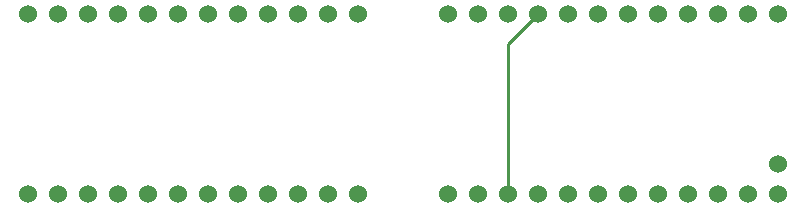
<source format=gbl>
G04 Layer: BottomLayer*
G04 EasyEDA v6.4.25, 2021-12-20T20:28:38+01:00*
G04 82b2acacfa44477ab4118a9698532826,b4a5f7d9b4444f23be71920c898e1340,10*
G04 Gerber Generator version 0.2*
G04 Scale: 100 percent, Rotated: No, Reflected: No *
G04 Dimensions in inches *
G04 leading zeros omitted , absolute positions ,3 integer and 6 decimal *
%FSLAX36Y36*%
%MOIN*%

%ADD10C,0.0100*%
%ADD12C,0.0600*%

%LPD*%
D10*
X1900000Y3699998D02*
G01*
X1800000Y3599998D01*
X1800000Y3099998D01*
D12*
G01*
X200000Y3700000D03*
G01*
X300000Y3700000D03*
G01*
X400000Y3700000D03*
G01*
X500000Y3700000D03*
G01*
X600000Y3700000D03*
G01*
X700000Y3700000D03*
G01*
X800000Y3700000D03*
G01*
X900000Y3700000D03*
G01*
X1000000Y3700000D03*
G01*
X1100000Y3700000D03*
G01*
X1200000Y3700000D03*
G01*
X1300000Y3700000D03*
G01*
X200000Y3100000D03*
G01*
X300000Y3100000D03*
G01*
X400000Y3100000D03*
G01*
X500000Y3100000D03*
G01*
X600000Y3100000D03*
G01*
X700000Y3100000D03*
G01*
X800000Y3100000D03*
G01*
X900000Y3100000D03*
G01*
X1000000Y3100000D03*
G01*
X1100000Y3100000D03*
G01*
X1200000Y3100000D03*
G01*
X1300000Y3100000D03*
G01*
X2700000Y3100000D03*
G01*
X2600000Y3100000D03*
G01*
X2500000Y3100000D03*
G01*
X2400000Y3100000D03*
G01*
X2300000Y3100000D03*
G01*
X2200000Y3100000D03*
G01*
X2100000Y3100000D03*
G01*
X2000000Y3100000D03*
G01*
X1900000Y3100000D03*
G01*
X1800000Y3100000D03*
G01*
X1700000Y3100000D03*
G01*
X1600000Y3100000D03*
G01*
X2700000Y3700000D03*
G01*
X2600000Y3700000D03*
G01*
X2500000Y3700000D03*
G01*
X2400000Y3700000D03*
G01*
X2300000Y3700000D03*
G01*
X2200000Y3700000D03*
G01*
X2100000Y3700000D03*
G01*
X2000000Y3700000D03*
G01*
X1900000Y3700000D03*
G01*
X1800000Y3700000D03*
G01*
X1700000Y3700000D03*
G01*
X1600000Y3700000D03*
G01*
X2700000Y3200000D03*
M02*

</source>
